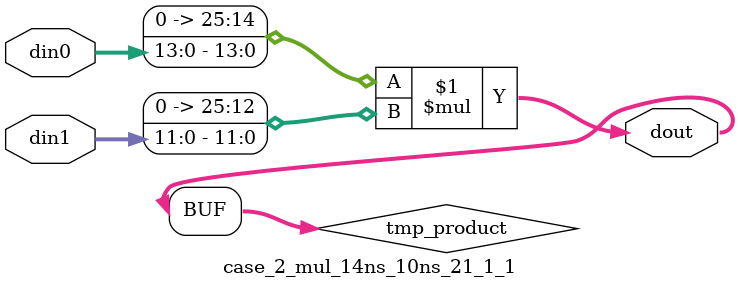
<source format=v>

`timescale 1 ns / 1 ps

 (* use_dsp = "no" *)  module case_2_mul_14ns_10ns_21_1_1(din0, din1, dout);
parameter ID = 1;
parameter NUM_STAGE = 0;
parameter din0_WIDTH = 14;
parameter din1_WIDTH = 12;
parameter dout_WIDTH = 26;

input [din0_WIDTH - 1 : 0] din0; 
input [din1_WIDTH - 1 : 0] din1; 
output [dout_WIDTH - 1 : 0] dout;

wire signed [dout_WIDTH - 1 : 0] tmp_product;
























assign tmp_product = $signed({1'b0, din0}) * $signed({1'b0, din1});











assign dout = tmp_product;





















endmodule

</source>
